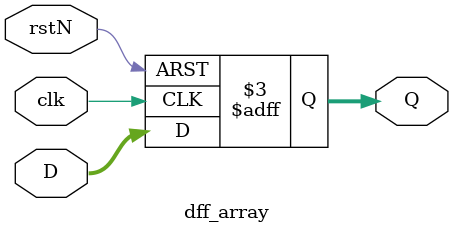
<source format=v>
`timescale 1ns / 1ps
module dff_array(
// clock and reset
input wire				clk,
input wire				rstN,
// input D port
input	wire	[35:0]	D,
// output Q port
output reg	[35:0]	Q
);

always @ (posedge clk or negedge rstN)
begin
	if(!rstN)
	begin
		Q	<=	36'b0;
	end
	else
	begin
		Q	<=	D;
	end
end

endmodule

</source>
